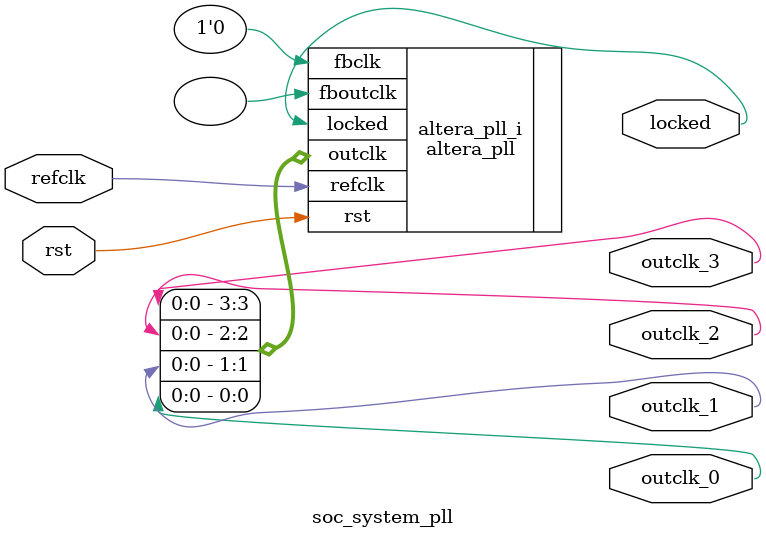
<source format=v>
`timescale 1ns/10ps
module  soc_system_pll(

	// interface 'refclk'
	input wire refclk,

	// interface 'reset'
	input wire rst,

	// interface 'outclk0'
	output wire outclk_0,

	// interface 'outclk1'
	output wire outclk_1,

	// interface 'outclk2'
	output wire outclk_2,

	// interface 'outclk3'
	output wire outclk_3,

	// interface 'locked'
	output wire locked
);

	altera_pll #(
		.fractional_vco_multiplier("false"),
		.reference_clock_frequency("50.0 MHz"),
		.operation_mode("direct"),
		.number_of_clocks(4),
		.output_clock_frequency0("30.000000 MHz"),
		.phase_shift0("0 ps"),
		.duty_cycle0(50),
		.output_clock_frequency1("35.000000 MHz"),
		.phase_shift1("0 ps"),
		.duty_cycle1(50),
		.output_clock_frequency2("25.000000 MHz"),
		.phase_shift2("0 ps"),
		.duty_cycle2(50),
		.output_clock_frequency3("80.769230 MHz"),
		.phase_shift3("0 ps"),
		.duty_cycle3(50),
		.output_clock_frequency4("0 MHz"),
		.phase_shift4("0 ps"),
		.duty_cycle4(50),
		.output_clock_frequency5("0 MHz"),
		.phase_shift5("0 ps"),
		.duty_cycle5(50),
		.output_clock_frequency6("0 MHz"),
		.phase_shift6("0 ps"),
		.duty_cycle6(50),
		.output_clock_frequency7("0 MHz"),
		.phase_shift7("0 ps"),
		.duty_cycle7(50),
		.output_clock_frequency8("0 MHz"),
		.phase_shift8("0 ps"),
		.duty_cycle8(50),
		.output_clock_frequency9("0 MHz"),
		.phase_shift9("0 ps"),
		.duty_cycle9(50),
		.output_clock_frequency10("0 MHz"),
		.phase_shift10("0 ps"),
		.duty_cycle10(50),
		.output_clock_frequency11("0 MHz"),
		.phase_shift11("0 ps"),
		.duty_cycle11(50),
		.output_clock_frequency12("0 MHz"),
		.phase_shift12("0 ps"),
		.duty_cycle12(50),
		.output_clock_frequency13("0 MHz"),
		.phase_shift13("0 ps"),
		.duty_cycle13(50),
		.output_clock_frequency14("0 MHz"),
		.phase_shift14("0 ps"),
		.duty_cycle14(50),
		.output_clock_frequency15("0 MHz"),
		.phase_shift15("0 ps"),
		.duty_cycle15(50),
		.output_clock_frequency16("0 MHz"),
		.phase_shift16("0 ps"),
		.duty_cycle16(50),
		.output_clock_frequency17("0 MHz"),
		.phase_shift17("0 ps"),
		.duty_cycle17(50),
		.pll_type("General"),
		.pll_subtype("General")
	) altera_pll_i (
		.rst	(rst),
		.outclk	({outclk_3, outclk_2, outclk_1, outclk_0}),
		.locked	(locked),
		.fboutclk	( ),
		.fbclk	(1'b0),
		.refclk	(refclk)
	);
endmodule

</source>
